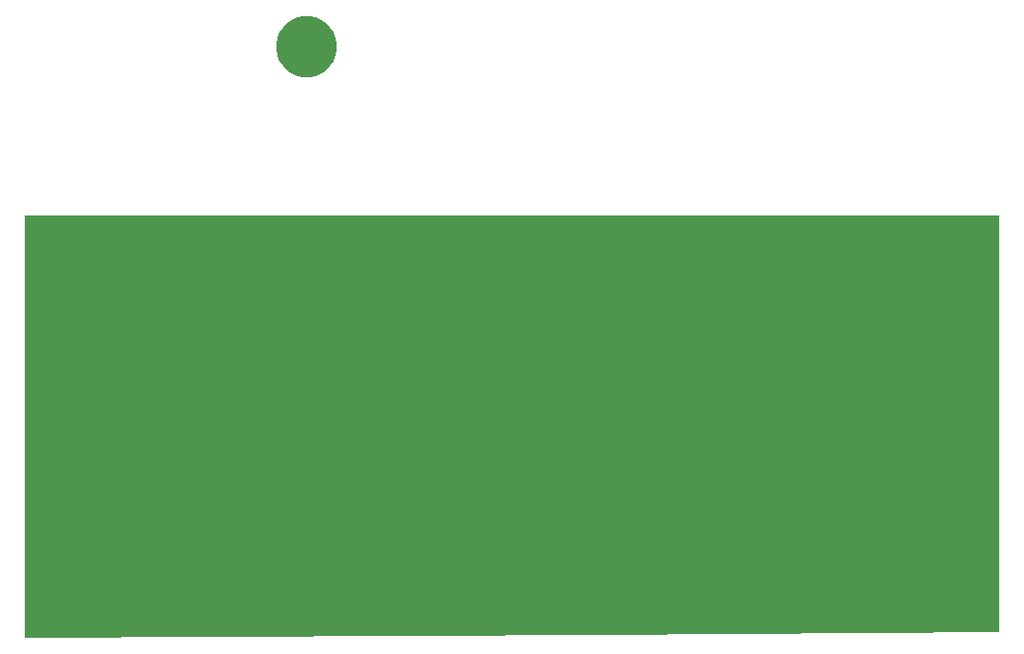
<source format=gbr>
G04 #@! TF.GenerationSoftware,KiCad,Pcbnew,5.0.1*
G04 #@! TF.CreationDate,2019-01-12T14:11:00-06:00*
G04 #@! TF.ProjectId,lid,6C69642E6B696361645F706362000000,rev?*
G04 #@! TF.SameCoordinates,Original*
G04 #@! TF.FileFunction,Soldermask,Top*
G04 #@! TF.FilePolarity,Negative*
%FSLAX46Y46*%
G04 Gerber Fmt 4.6, Leading zero omitted, Abs format (unit mm)*
G04 Created by KiCad (PCBNEW 5.0.1) date Sat 12 Jan 2019 02:11:00 PM CST*
%MOMM*%
%LPD*%
G01*
G04 APERTURE LIST*
%ADD10C,0.100000*%
G04 APERTURE END LIST*
D10*
G36*
X189000000Y-118000000D02*
X153611509Y-118204558D01*
X102512309Y-118499929D01*
X102512308Y-118499929D01*
X102500000Y-118500000D01*
X102500000Y-81000000D01*
X189000000Y-81000000D01*
X189000000Y-118000000D01*
X189000000Y-118000000D01*
G37*
G36*
X128287560Y-63403759D02*
X128778928Y-63607290D01*
X128778930Y-63607291D01*
X129215268Y-63898843D01*
X129221153Y-63902775D01*
X129597225Y-64278847D01*
X129892710Y-64721072D01*
X130096241Y-65212440D01*
X130200000Y-65734072D01*
X130200000Y-66265928D01*
X130096241Y-66787560D01*
X129892710Y-67278928D01*
X129597225Y-67721153D01*
X129221153Y-68097225D01*
X129221150Y-68097227D01*
X128778930Y-68392709D01*
X128778929Y-68392710D01*
X128778928Y-68392710D01*
X128287560Y-68596241D01*
X127765928Y-68700000D01*
X127234072Y-68700000D01*
X126712440Y-68596241D01*
X126221072Y-68392710D01*
X126221071Y-68392710D01*
X126221070Y-68392709D01*
X125778850Y-68097227D01*
X125778847Y-68097225D01*
X125402775Y-67721153D01*
X125107290Y-67278928D01*
X124903759Y-66787560D01*
X124800000Y-66265928D01*
X124800000Y-65734072D01*
X124903759Y-65212440D01*
X125107290Y-64721072D01*
X125402775Y-64278847D01*
X125778847Y-63902775D01*
X125784732Y-63898843D01*
X126221070Y-63607291D01*
X126221072Y-63607290D01*
X126712440Y-63403759D01*
X127234072Y-63300000D01*
X127765928Y-63300000D01*
X128287560Y-63403759D01*
X128287560Y-63403759D01*
G37*
M02*

</source>
